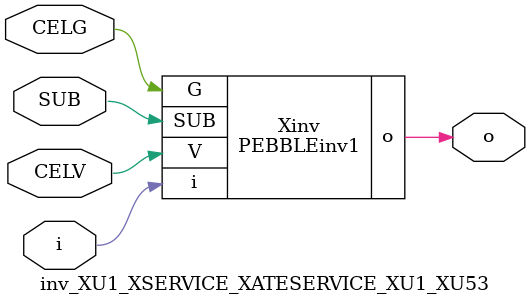
<source format=v>



module PEBBLEinv1 ( o, G, SUB, V, i );

  input V;
  input i;
  input G;
  output o;
  input SUB;
endmodule

//Celera Confidential Do Not Copy inv_XU1_XSERVICE_XATESERVICE_XU1_XU53
//Celera Confidential Symbol Generator
//5V Inverter
module inv_XU1_XSERVICE_XATESERVICE_XU1_XU53 (CELV,CELG,i,o,SUB);
input CELV;
input CELG;
input i;
input SUB;
output o;

//Celera Confidential Do Not Copy inv
PEBBLEinv1 Xinv(
.V (CELV),
.i (i),
.o (o),
.SUB (SUB),
.G (CELG)
);
//,diesize,PEBBLEinv1

//Celera Confidential Do Not Copy Module End
//Celera Schematic Generator
endmodule

</source>
